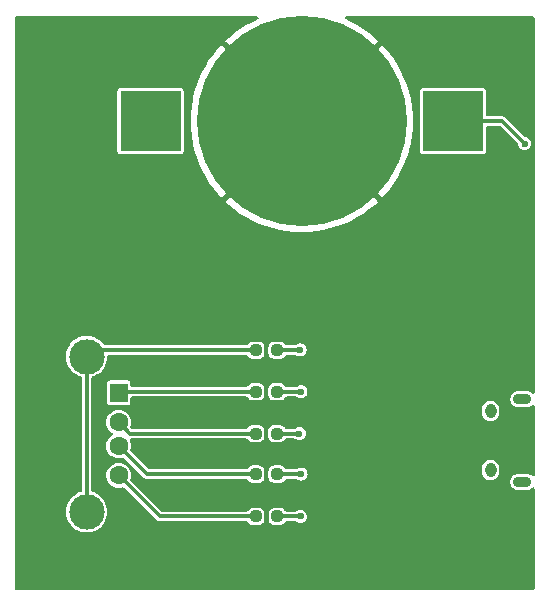
<source format=gbr>
%TF.GenerationSoftware,KiCad,Pcbnew,8.0.0*%
%TF.CreationDate,2024-02-28T17:19:02+01:00*%
%TF.ProjectId,carte-test-cable-usb,63617274-652d-4746-9573-742d6361626c,rev?*%
%TF.SameCoordinates,Original*%
%TF.FileFunction,Copper,L2,Bot*%
%TF.FilePolarity,Positive*%
%FSLAX46Y46*%
G04 Gerber Fmt 4.6, Leading zero omitted, Abs format (unit mm)*
G04 Created by KiCad (PCBNEW 8.0.0) date 2024-02-28 17:19:02*
%MOMM*%
%LPD*%
G01*
G04 APERTURE LIST*
G04 Aperture macros list*
%AMRoundRect*
0 Rectangle with rounded corners*
0 $1 Rounding radius*
0 $2 $3 $4 $5 $6 $7 $8 $9 X,Y pos of 4 corners*
0 Add a 4 corners polygon primitive as box body*
4,1,4,$2,$3,$4,$5,$6,$7,$8,$9,$2,$3,0*
0 Add four circle primitives for the rounded corners*
1,1,$1+$1,$2,$3*
1,1,$1+$1,$4,$5*
1,1,$1+$1,$6,$7*
1,1,$1+$1,$8,$9*
0 Add four rect primitives between the rounded corners*
20,1,$1+$1,$2,$3,$4,$5,0*
20,1,$1+$1,$4,$5,$6,$7,0*
20,1,$1+$1,$6,$7,$8,$9,0*
20,1,$1+$1,$8,$9,$2,$3,0*%
G04 Aperture macros list end*
%TA.AperFunction,SMDPad,CuDef*%
%ADD10RoundRect,0.237500X-0.250000X-0.237500X0.250000X-0.237500X0.250000X0.237500X-0.250000X0.237500X0*%
%TD*%
%TA.AperFunction,ComponentPad*%
%ADD11O,1.550000X0.890000*%
%TD*%
%TA.AperFunction,ComponentPad*%
%ADD12O,0.950000X1.250000*%
%TD*%
%TA.AperFunction,ComponentPad*%
%ADD13R,1.500000X1.600000*%
%TD*%
%TA.AperFunction,ComponentPad*%
%ADD14C,1.600000*%
%TD*%
%TA.AperFunction,ComponentPad*%
%ADD15C,3.000000*%
%TD*%
%TA.AperFunction,SMDPad,CuDef*%
%ADD16R,5.100000X5.100000*%
%TD*%
%TA.AperFunction,SMDPad,CuDef*%
%ADD17C,17.800000*%
%TD*%
%TA.AperFunction,ViaPad*%
%ADD18C,0.600000*%
%TD*%
%TA.AperFunction,Conductor*%
%ADD19C,0.300000*%
%TD*%
G04 APERTURE END LIST*
D10*
%TO.P,R6,2*%
%TO.N,Net-(D6-A)*%
X141420000Y-100910000D03*
%TO.P,R6,1*%
%TO.N,Net-(J1-VBUS)*%
X139595000Y-100910000D03*
%TD*%
%TO.P,R5,2*%
%TO.N,Net-(D5-A)*%
X141420000Y-107880000D03*
%TO.P,R5,1*%
%TO.N,Net-(J1-D+)*%
X139595000Y-107880000D03*
%TD*%
%TO.P,R4,2*%
%TO.N,Net-(D4-A)*%
X141410000Y-104450000D03*
%TO.P,R4,1*%
%TO.N,Net-(J1-D-)*%
X139585000Y-104450000D03*
%TD*%
%TO.P,R3,2*%
%TO.N,Net-(D3-A)*%
X141430000Y-111470000D03*
%TO.P,R3,1*%
%TO.N,Net-(J1-GND)*%
X139605000Y-111470000D03*
%TD*%
%TO.P,R2,2*%
%TO.N,Net-(D2-A)*%
X141420000Y-97390000D03*
%TO.P,R2,1*%
%TO.N,Net-(J1-Shield)*%
X139595000Y-97390000D03*
%TD*%
D11*
%TO.P,J2,6,Shield*%
%TO.N,/Vcc*%
X162183037Y-108536607D03*
D12*
X159483037Y-107536607D03*
X159483037Y-102536607D03*
D11*
X162183037Y-101536607D03*
%TD*%
D13*
%TO.P,J1,1,VBUS*%
%TO.N,Net-(J1-VBUS)*%
X128000000Y-101000000D03*
D14*
%TO.P,J1,2,D-*%
%TO.N,Net-(J1-D-)*%
X128000000Y-103500000D03*
%TO.P,J1,3,D+*%
%TO.N,Net-(J1-D+)*%
X128000000Y-105500000D03*
%TO.P,J1,4,GND*%
%TO.N,Net-(J1-GND)*%
X128000000Y-108000000D03*
D15*
%TO.P,J1,5,Shield*%
%TO.N,Net-(J1-Shield)*%
X125290000Y-97930000D03*
X125290000Y-111070000D03*
%TD*%
D16*
%TO.P,BT1,1,+*%
%TO.N,Net-(BT1-+)*%
X156300000Y-78000000D03*
X130700000Y-78000000D03*
D17*
%TO.P,BT1,2,-*%
%TO.N,/Gnd*%
X143500000Y-78000000D03*
%TD*%
D18*
%TO.N,/Gnd*%
X130680000Y-85060000D03*
%TO.N,Net-(BT1-+)*%
X162370000Y-79900000D03*
%TO.N,Net-(D3-A)*%
X143400000Y-111460000D03*
%TO.N,Net-(D5-A)*%
X143440000Y-107880000D03*
%TO.N,Net-(D4-A)*%
X143300000Y-104450000D03*
%TO.N,Net-(D6-A)*%
X143430000Y-100900000D03*
%TO.N,Net-(D2-A)*%
X143350000Y-97370000D03*
%TD*%
D19*
%TO.N,Net-(J1-GND)*%
X131470000Y-111470000D02*
X128000000Y-108000000D01*
X139605000Y-111470000D02*
X131470000Y-111470000D01*
%TO.N,Net-(J1-D+)*%
X130380000Y-107880000D02*
X128000000Y-105500000D01*
X139595000Y-107880000D02*
X130380000Y-107880000D01*
%TO.N,Net-(J1-D-)*%
X128950000Y-104450000D02*
X128000000Y-103500000D01*
X139585000Y-104450000D02*
X128950000Y-104450000D01*
%TO.N,Net-(J1-VBUS)*%
X128090000Y-100910000D02*
X128000000Y-101000000D01*
X139595000Y-100910000D02*
X128090000Y-100910000D01*
%TO.N,Net-(J1-Shield)*%
X125830000Y-97390000D02*
X125290000Y-97930000D01*
X139595000Y-97390000D02*
X125830000Y-97390000D01*
X125290000Y-97930000D02*
X125290000Y-111070000D01*
%TO.N,Net-(BT1-+)*%
X160470000Y-78000000D02*
X162370000Y-79900000D01*
X156300000Y-78000000D02*
X160470000Y-78000000D01*
%TO.N,Net-(D3-A)*%
X141440000Y-111460000D02*
X141430000Y-111470000D01*
X143400000Y-111460000D02*
X141440000Y-111460000D01*
%TO.N,Net-(D5-A)*%
X143440000Y-107880000D02*
X141420000Y-107880000D01*
%TO.N,Net-(D4-A)*%
X143300000Y-104450000D02*
X141410000Y-104450000D01*
%TO.N,Net-(D6-A)*%
X143430000Y-100900000D02*
X141430000Y-100900000D01*
X141430000Y-100900000D02*
X141420000Y-100910000D01*
%TO.N,Net-(D2-A)*%
X143350000Y-97370000D02*
X141440000Y-97370000D01*
X141440000Y-97370000D02*
X141420000Y-97390000D01*
%TD*%
%TA.AperFunction,Conductor*%
%TO.N,/Gnd*%
G36*
X139791865Y-69150185D02*
G01*
X139837620Y-69202989D01*
X139847564Y-69272147D01*
X139818539Y-69335703D01*
X139776002Y-69367447D01*
X139340267Y-69564876D01*
X139340240Y-69564889D01*
X138797495Y-69854991D01*
X138797473Y-69855004D01*
X138274854Y-70179989D01*
X138274844Y-70179995D01*
X137774577Y-70538482D01*
X137298838Y-70928912D01*
X137298835Y-70928914D01*
X137032198Y-71178645D01*
X143499999Y-77646446D01*
X149967801Y-71178645D01*
X149701181Y-70928929D01*
X149701161Y-70928912D01*
X149225422Y-70538482D01*
X149225423Y-70538482D01*
X148725155Y-70179995D01*
X148725145Y-70179989D01*
X148202526Y-69855004D01*
X148202504Y-69854991D01*
X147659759Y-69564889D01*
X147659732Y-69564876D01*
X147223998Y-69367447D01*
X147171058Y-69321849D01*
X147151175Y-69254869D01*
X147170660Y-69187771D01*
X147223327Y-69141859D01*
X147275174Y-69130500D01*
X163085500Y-69130500D01*
X163152539Y-69150185D01*
X163198294Y-69202989D01*
X163209500Y-69254500D01*
X163209500Y-100950122D01*
X163189815Y-101017161D01*
X163137011Y-101062916D01*
X163067853Y-101072860D01*
X163004297Y-101043835D01*
X162997819Y-101037803D01*
X162956395Y-100996379D01*
X162956391Y-100996376D01*
X162842486Y-100920266D01*
X162842473Y-100920259D01*
X162715911Y-100867836D01*
X162715901Y-100867833D01*
X162581540Y-100841107D01*
X162581538Y-100841107D01*
X161784536Y-100841107D01*
X161784534Y-100841107D01*
X161650172Y-100867833D01*
X161650162Y-100867836D01*
X161523600Y-100920259D01*
X161523587Y-100920266D01*
X161409682Y-100996376D01*
X161409678Y-100996379D01*
X161312809Y-101093248D01*
X161312806Y-101093252D01*
X161236696Y-101207157D01*
X161236689Y-101207170D01*
X161184266Y-101333732D01*
X161184263Y-101333742D01*
X161157537Y-101468103D01*
X161157537Y-101468106D01*
X161157537Y-101605108D01*
X161157537Y-101605110D01*
X161157536Y-101605110D01*
X161184263Y-101739471D01*
X161184266Y-101739481D01*
X161236689Y-101866043D01*
X161236696Y-101866056D01*
X161312806Y-101979961D01*
X161312809Y-101979965D01*
X161409678Y-102076834D01*
X161409682Y-102076837D01*
X161523587Y-102152947D01*
X161523600Y-102152954D01*
X161650162Y-102205377D01*
X161650167Y-102205379D01*
X161650171Y-102205379D01*
X161650172Y-102205380D01*
X161784533Y-102232107D01*
X161784536Y-102232107D01*
X162581540Y-102232107D01*
X162671935Y-102214125D01*
X162715907Y-102205379D01*
X162842480Y-102152951D01*
X162956392Y-102076837D01*
X162956395Y-102076834D01*
X162997819Y-102035411D01*
X163059142Y-102001926D01*
X163128834Y-102006910D01*
X163184767Y-102048782D01*
X163209184Y-102114246D01*
X163209500Y-102123092D01*
X163209500Y-107950122D01*
X163189815Y-108017161D01*
X163137011Y-108062916D01*
X163067853Y-108072860D01*
X163004297Y-108043835D01*
X162997819Y-108037803D01*
X162956395Y-107996379D01*
X162956391Y-107996376D01*
X162842486Y-107920266D01*
X162842473Y-107920259D01*
X162715911Y-107867836D01*
X162715901Y-107867833D01*
X162581540Y-107841107D01*
X162581538Y-107841107D01*
X161784536Y-107841107D01*
X161784534Y-107841107D01*
X161650172Y-107867833D01*
X161650162Y-107867836D01*
X161523600Y-107920259D01*
X161523587Y-107920266D01*
X161409682Y-107996376D01*
X161409678Y-107996379D01*
X161312809Y-108093248D01*
X161312806Y-108093252D01*
X161236696Y-108207157D01*
X161236689Y-108207170D01*
X161184266Y-108333732D01*
X161184263Y-108333742D01*
X161157537Y-108468103D01*
X161157537Y-108468106D01*
X161157537Y-108605108D01*
X161157537Y-108605110D01*
X161157536Y-108605110D01*
X161184263Y-108739471D01*
X161184266Y-108739481D01*
X161236689Y-108866043D01*
X161236696Y-108866056D01*
X161312806Y-108979961D01*
X161312809Y-108979965D01*
X161409678Y-109076834D01*
X161409682Y-109076837D01*
X161523587Y-109152947D01*
X161523600Y-109152954D01*
X161650162Y-109205377D01*
X161650167Y-109205379D01*
X161650171Y-109205379D01*
X161650172Y-109205380D01*
X161784533Y-109232107D01*
X161784536Y-109232107D01*
X162581540Y-109232107D01*
X162671935Y-109214125D01*
X162715907Y-109205379D01*
X162842480Y-109152951D01*
X162956392Y-109076837D01*
X162956395Y-109076834D01*
X162997819Y-109035411D01*
X163059142Y-109001926D01*
X163128834Y-109006910D01*
X163184767Y-109048782D01*
X163209184Y-109114246D01*
X163209500Y-109123092D01*
X163209500Y-117555500D01*
X163189815Y-117622539D01*
X163137011Y-117668294D01*
X163085500Y-117679500D01*
X119334500Y-117679500D01*
X119267461Y-117659815D01*
X119221706Y-117607011D01*
X119210500Y-117555500D01*
X119210500Y-111070004D01*
X123534592Y-111070004D01*
X123554196Y-111331620D01*
X123554197Y-111331625D01*
X123612576Y-111587402D01*
X123612578Y-111587411D01*
X123612580Y-111587416D01*
X123708432Y-111831643D01*
X123839614Y-112058857D01*
X123948583Y-112195500D01*
X124003198Y-112263985D01*
X124184753Y-112432441D01*
X124195521Y-112442433D01*
X124412296Y-112590228D01*
X124412301Y-112590230D01*
X124412302Y-112590231D01*
X124412303Y-112590232D01*
X124537843Y-112650688D01*
X124648673Y-112704061D01*
X124648674Y-112704061D01*
X124648677Y-112704063D01*
X124899385Y-112781396D01*
X125158818Y-112820500D01*
X125421182Y-112820500D01*
X125680615Y-112781396D01*
X125931323Y-112704063D01*
X126167704Y-112590228D01*
X126384479Y-112442433D01*
X126576805Y-112263981D01*
X126740386Y-112058857D01*
X126871568Y-111831643D01*
X126967420Y-111587416D01*
X127025802Y-111331630D01*
X127025803Y-111331620D01*
X127045408Y-111070004D01*
X127045408Y-111069995D01*
X127025803Y-110808379D01*
X127025802Y-110808374D01*
X127025802Y-110808370D01*
X126967420Y-110552584D01*
X126871568Y-110308357D01*
X126740386Y-110081143D01*
X126576805Y-109876019D01*
X126576804Y-109876018D01*
X126576801Y-109876014D01*
X126384479Y-109697567D01*
X126167704Y-109549772D01*
X126167700Y-109549770D01*
X126167697Y-109549768D01*
X126167696Y-109549767D01*
X125931328Y-109435939D01*
X125931325Y-109435938D01*
X125931323Y-109435937D01*
X125851633Y-109411356D01*
X125777949Y-109388627D01*
X125719691Y-109350056D01*
X125691533Y-109286111D01*
X125690500Y-109270136D01*
X125690500Y-108000000D01*
X126944417Y-108000000D01*
X126964699Y-108205932D01*
X126979040Y-108253207D01*
X127024768Y-108403954D01*
X127122315Y-108586450D01*
X127137627Y-108605108D01*
X127253589Y-108746410D01*
X127350209Y-108825702D01*
X127413550Y-108877685D01*
X127596046Y-108975232D01*
X127794066Y-109035300D01*
X127794065Y-109035300D01*
X127812529Y-109037118D01*
X128000000Y-109055583D01*
X128205934Y-109035300D01*
X128336581Y-108995668D01*
X128406447Y-108995046D01*
X128460256Y-109026649D01*
X131224087Y-111790480D01*
X131315412Y-111843207D01*
X131417273Y-111870500D01*
X138808861Y-111870500D01*
X138875900Y-111890185D01*
X138916377Y-111936898D01*
X138918037Y-111935993D01*
X138922287Y-111943777D01*
X138922288Y-111943778D01*
X139006384Y-112056116D01*
X139118722Y-112140212D01*
X139211094Y-112174665D01*
X139250200Y-112189251D01*
X139308309Y-112195499D01*
X139308326Y-112195500D01*
X139901674Y-112195500D01*
X139901690Y-112195499D01*
X139959799Y-112189251D01*
X140091278Y-112140212D01*
X140203616Y-112056116D01*
X140287712Y-111943778D01*
X140336751Y-111812299D01*
X140339097Y-111790477D01*
X140342999Y-111754190D01*
X140692000Y-111754190D01*
X140698248Y-111812299D01*
X140725784Y-111886124D01*
X140747288Y-111943778D01*
X140831384Y-112056116D01*
X140943722Y-112140212D01*
X141036094Y-112174665D01*
X141075200Y-112189251D01*
X141133309Y-112195499D01*
X141133326Y-112195500D01*
X141726674Y-112195500D01*
X141726690Y-112195499D01*
X141784799Y-112189251D01*
X141916278Y-112140212D01*
X142028616Y-112056116D01*
X142112712Y-111943778D01*
X142113686Y-111941166D01*
X142115356Y-111938934D01*
X142116960Y-111935998D01*
X142117382Y-111936228D01*
X142155554Y-111885235D01*
X142221018Y-111860816D01*
X142229867Y-111860500D01*
X142975554Y-111860500D01*
X143042593Y-111880185D01*
X143051040Y-111886124D01*
X143100582Y-111924139D01*
X143122375Y-111940861D01*
X143256291Y-111996330D01*
X143383280Y-112013048D01*
X143399999Y-112015250D01*
X143400000Y-112015250D01*
X143400001Y-112015250D01*
X143414977Y-112013278D01*
X143543709Y-111996330D01*
X143677625Y-111940861D01*
X143792621Y-111852621D01*
X143880861Y-111737625D01*
X143936330Y-111603709D01*
X143955250Y-111460000D01*
X143936330Y-111316291D01*
X143899350Y-111227013D01*
X143880862Y-111182377D01*
X143880861Y-111182376D01*
X143880861Y-111182375D01*
X143792621Y-111067379D01*
X143677625Y-110979139D01*
X143677624Y-110979138D01*
X143677622Y-110979137D01*
X143543712Y-110923671D01*
X143543710Y-110923670D01*
X143543709Y-110923670D01*
X143471854Y-110914210D01*
X143400001Y-110904750D01*
X143399999Y-110904750D01*
X143256291Y-110923670D01*
X143256287Y-110923671D01*
X143122376Y-110979138D01*
X143122374Y-110979139D01*
X143051040Y-111033876D01*
X142985871Y-111059070D01*
X142975554Y-111059500D01*
X142220837Y-111059500D01*
X142153798Y-111039815D01*
X142119085Y-111002529D01*
X142118027Y-111003322D01*
X142112710Y-110996219D01*
X142028616Y-110883884D01*
X141961112Y-110833351D01*
X141916280Y-110799789D01*
X141916278Y-110799788D01*
X141889644Y-110789854D01*
X141784799Y-110750748D01*
X141726690Y-110744500D01*
X141726674Y-110744500D01*
X141133326Y-110744500D01*
X141133309Y-110744500D01*
X141075200Y-110750748D01*
X140943719Y-110799789D01*
X140831384Y-110883884D01*
X140747289Y-110996219D01*
X140698248Y-111127700D01*
X140692000Y-111185809D01*
X140692000Y-111754190D01*
X140342999Y-111754190D01*
X140343000Y-111754173D01*
X140343000Y-111185826D01*
X140342999Y-111185809D01*
X140336751Y-111127700D01*
X140301756Y-111033876D01*
X140287712Y-110996222D01*
X140203616Y-110883884D01*
X140136112Y-110833351D01*
X140091280Y-110799789D01*
X140091278Y-110799788D01*
X140064644Y-110789854D01*
X139959799Y-110750748D01*
X139901690Y-110744500D01*
X139901674Y-110744500D01*
X139308326Y-110744500D01*
X139308309Y-110744500D01*
X139250200Y-110750748D01*
X139118719Y-110799789D01*
X139006384Y-110883884D01*
X138922287Y-110996222D01*
X138918037Y-111004007D01*
X138914954Y-111002323D01*
X138883126Y-111044801D01*
X138817650Y-111069188D01*
X138808861Y-111069500D01*
X131687255Y-111069500D01*
X131620216Y-111049815D01*
X131599574Y-111033181D01*
X129026649Y-108460256D01*
X128993164Y-108398933D01*
X128995669Y-108336580D01*
X128996530Y-108333742D01*
X129035300Y-108205934D01*
X129055583Y-108000000D01*
X129035300Y-107794066D01*
X128975232Y-107596046D01*
X128877685Y-107413550D01*
X128804809Y-107324750D01*
X128746410Y-107253589D01*
X128586452Y-107122317D01*
X128586453Y-107122317D01*
X128586450Y-107122315D01*
X128403954Y-107024768D01*
X128205934Y-106964700D01*
X128205932Y-106964699D01*
X128205934Y-106964699D01*
X128000000Y-106944417D01*
X127794067Y-106964699D01*
X127596043Y-107024769D01*
X127485898Y-107083643D01*
X127413550Y-107122315D01*
X127413548Y-107122316D01*
X127413547Y-107122317D01*
X127253589Y-107253589D01*
X127122317Y-107413547D01*
X127024769Y-107596043D01*
X126964699Y-107794067D01*
X126944417Y-108000000D01*
X125690500Y-108000000D01*
X125690500Y-105500000D01*
X126944417Y-105500000D01*
X126964699Y-105705932D01*
X126964700Y-105705934D01*
X127024768Y-105903954D01*
X127122315Y-106086450D01*
X127122317Y-106086452D01*
X127253589Y-106246410D01*
X127350209Y-106325702D01*
X127413550Y-106377685D01*
X127596046Y-106475232D01*
X127794066Y-106535300D01*
X127794065Y-106535300D01*
X127812529Y-106537118D01*
X128000000Y-106555583D01*
X128205934Y-106535300D01*
X128336581Y-106495668D01*
X128406447Y-106495046D01*
X128460256Y-106526649D01*
X130134087Y-108200480D01*
X130225412Y-108253207D01*
X130327273Y-108280500D01*
X138798861Y-108280500D01*
X138865900Y-108300185D01*
X138906377Y-108346898D01*
X138908037Y-108345993D01*
X138912287Y-108353777D01*
X138917590Y-108360861D01*
X138996384Y-108466116D01*
X139108722Y-108550212D01*
X139201094Y-108584665D01*
X139240200Y-108599251D01*
X139298309Y-108605499D01*
X139298326Y-108605500D01*
X139891674Y-108605500D01*
X139891690Y-108605499D01*
X139949799Y-108599251D01*
X140081278Y-108550212D01*
X140193616Y-108466116D01*
X140277712Y-108353778D01*
X140326751Y-108222299D01*
X140328379Y-108207157D01*
X140332999Y-108164190D01*
X140682000Y-108164190D01*
X140688248Y-108222299D01*
X140710073Y-108280812D01*
X140734384Y-108345993D01*
X140737289Y-108353780D01*
X140760081Y-108384226D01*
X140821384Y-108466116D01*
X140933722Y-108550212D01*
X141026094Y-108584665D01*
X141065200Y-108599251D01*
X141123309Y-108605499D01*
X141123326Y-108605500D01*
X141716674Y-108605500D01*
X141716690Y-108605499D01*
X141774799Y-108599251D01*
X141906278Y-108550212D01*
X142018616Y-108466116D01*
X142102712Y-108353778D01*
X142102713Y-108353774D01*
X142106963Y-108345993D01*
X142110045Y-108347676D01*
X142141874Y-108305199D01*
X142207350Y-108280812D01*
X142216139Y-108280500D01*
X143015554Y-108280500D01*
X143082593Y-108300185D01*
X143091040Y-108306124D01*
X143140582Y-108344139D01*
X143162375Y-108360861D01*
X143296291Y-108416330D01*
X143423280Y-108433048D01*
X143439999Y-108435250D01*
X143440000Y-108435250D01*
X143440001Y-108435250D01*
X143454977Y-108433278D01*
X143583709Y-108416330D01*
X143717625Y-108360861D01*
X143832621Y-108272621D01*
X143920861Y-108157625D01*
X143976330Y-108023709D01*
X143995250Y-107880000D01*
X143979197Y-107758064D01*
X158757536Y-107758064D01*
X158785416Y-107898221D01*
X158785418Y-107898227D01*
X158840106Y-108030257D01*
X158840111Y-108030266D01*
X158919504Y-108149085D01*
X158919507Y-108149089D01*
X159020554Y-108250136D01*
X159020558Y-108250139D01*
X159139377Y-108329532D01*
X159139386Y-108329537D01*
X159169295Y-108341925D01*
X159271417Y-108384226D01*
X159271421Y-108384226D01*
X159271422Y-108384227D01*
X159411579Y-108412107D01*
X159411582Y-108412107D01*
X159554494Y-108412107D01*
X159648788Y-108393349D01*
X159694657Y-108384226D01*
X159826690Y-108329536D01*
X159945516Y-108250139D01*
X160046569Y-108149086D01*
X160125966Y-108030260D01*
X160180656Y-107898227D01*
X160208537Y-107758062D01*
X160208537Y-107315152D01*
X160208537Y-107315149D01*
X160180657Y-107174992D01*
X160180656Y-107174991D01*
X160180656Y-107174987D01*
X160125966Y-107042954D01*
X160125965Y-107042953D01*
X160125962Y-107042947D01*
X160046569Y-106924128D01*
X160046566Y-106924124D01*
X159945519Y-106823077D01*
X159945515Y-106823074D01*
X159826696Y-106743681D01*
X159826687Y-106743676D01*
X159694657Y-106688988D01*
X159694651Y-106688986D01*
X159554494Y-106661107D01*
X159554492Y-106661107D01*
X159411582Y-106661107D01*
X159411580Y-106661107D01*
X159271422Y-106688986D01*
X159271416Y-106688988D01*
X159139386Y-106743676D01*
X159139377Y-106743681D01*
X159020558Y-106823074D01*
X159020554Y-106823077D01*
X158919507Y-106924124D01*
X158919504Y-106924128D01*
X158840111Y-107042947D01*
X158840106Y-107042956D01*
X158785418Y-107174986D01*
X158785416Y-107174992D01*
X158757537Y-107315149D01*
X158757537Y-107315152D01*
X158757537Y-107758062D01*
X158757537Y-107758064D01*
X158757536Y-107758064D01*
X143979197Y-107758064D01*
X143976330Y-107736291D01*
X143920861Y-107602375D01*
X143832621Y-107487379D01*
X143717625Y-107399139D01*
X143717624Y-107399138D01*
X143717622Y-107399137D01*
X143583712Y-107343671D01*
X143583710Y-107343670D01*
X143583709Y-107343670D01*
X143511854Y-107334210D01*
X143440001Y-107324750D01*
X143439999Y-107324750D01*
X143296291Y-107343670D01*
X143296287Y-107343671D01*
X143162376Y-107399138D01*
X143162374Y-107399139D01*
X143091040Y-107453876D01*
X143025871Y-107479070D01*
X143015554Y-107479500D01*
X142216139Y-107479500D01*
X142149100Y-107459815D01*
X142108622Y-107413101D01*
X142106963Y-107414007D01*
X142102712Y-107406222D01*
X142055886Y-107343671D01*
X142018616Y-107293884D01*
X141951112Y-107243351D01*
X141906280Y-107209789D01*
X141906278Y-107209788D01*
X141879644Y-107199854D01*
X141774799Y-107160748D01*
X141716690Y-107154500D01*
X141716674Y-107154500D01*
X141123326Y-107154500D01*
X141123309Y-107154500D01*
X141065200Y-107160748D01*
X140933719Y-107209789D01*
X140821384Y-107293884D01*
X140737289Y-107406219D01*
X140688248Y-107537700D01*
X140682000Y-107595809D01*
X140682000Y-108164190D01*
X140332999Y-108164190D01*
X140333000Y-108164173D01*
X140333000Y-107595826D01*
X140332999Y-107595809D01*
X140326751Y-107537700D01*
X140295486Y-107453876D01*
X140277712Y-107406222D01*
X140193616Y-107293884D01*
X140126112Y-107243351D01*
X140081280Y-107209789D01*
X140081278Y-107209788D01*
X140054644Y-107199854D01*
X139949799Y-107160748D01*
X139891690Y-107154500D01*
X139891674Y-107154500D01*
X139298326Y-107154500D01*
X139298309Y-107154500D01*
X139240200Y-107160748D01*
X139108719Y-107209789D01*
X138996384Y-107293884D01*
X138912287Y-107406222D01*
X138908037Y-107414007D01*
X138904954Y-107412323D01*
X138873126Y-107454801D01*
X138807650Y-107479188D01*
X138798861Y-107479500D01*
X130597255Y-107479500D01*
X130530216Y-107459815D01*
X130509574Y-107443181D01*
X129026649Y-105960256D01*
X128993164Y-105898933D01*
X128995669Y-105836580D01*
X129035300Y-105705934D01*
X129055583Y-105500000D01*
X129035300Y-105294066D01*
X128975232Y-105096046D01*
X128941507Y-105032952D01*
X128927266Y-104964551D01*
X128952265Y-104899307D01*
X129008570Y-104857936D01*
X129050866Y-104850500D01*
X138788861Y-104850500D01*
X138855900Y-104870185D01*
X138896377Y-104916898D01*
X138898037Y-104915993D01*
X138902287Y-104923777D01*
X138907590Y-104930861D01*
X138986384Y-105036116D01*
X139098722Y-105120212D01*
X139191094Y-105154665D01*
X139230200Y-105169251D01*
X139288309Y-105175499D01*
X139288326Y-105175500D01*
X139881674Y-105175500D01*
X139881690Y-105175499D01*
X139939799Y-105169251D01*
X140071278Y-105120212D01*
X140183616Y-105036116D01*
X140267712Y-104923778D01*
X140316751Y-104792299D01*
X140320913Y-104753589D01*
X140322999Y-104734190D01*
X140672000Y-104734190D01*
X140678248Y-104792299D01*
X140700073Y-104850812D01*
X140724384Y-104915993D01*
X140727289Y-104923780D01*
X140732590Y-104930861D01*
X140811384Y-105036116D01*
X140923722Y-105120212D01*
X141016094Y-105154665D01*
X141055200Y-105169251D01*
X141113309Y-105175499D01*
X141113326Y-105175500D01*
X141706674Y-105175500D01*
X141706690Y-105175499D01*
X141764799Y-105169251D01*
X141896278Y-105120212D01*
X142008616Y-105036116D01*
X142092712Y-104923778D01*
X142092713Y-104923774D01*
X142096963Y-104915993D01*
X142100045Y-104917676D01*
X142131874Y-104875199D01*
X142197350Y-104850812D01*
X142206139Y-104850500D01*
X142875554Y-104850500D01*
X142942593Y-104870185D01*
X142951040Y-104876124D01*
X142981253Y-104899307D01*
X143022375Y-104930861D01*
X143156291Y-104986330D01*
X143283280Y-105003048D01*
X143299999Y-105005250D01*
X143300000Y-105005250D01*
X143300001Y-105005250D01*
X143314977Y-105003278D01*
X143443709Y-104986330D01*
X143577625Y-104930861D01*
X143692621Y-104842621D01*
X143780861Y-104727625D01*
X143836330Y-104593709D01*
X143855250Y-104450000D01*
X143836330Y-104306291D01*
X143780861Y-104172375D01*
X143692621Y-104057379D01*
X143577625Y-103969139D01*
X143577624Y-103969138D01*
X143577622Y-103969137D01*
X143443712Y-103913671D01*
X143443710Y-103913670D01*
X143443709Y-103913670D01*
X143369910Y-103903954D01*
X143300001Y-103894750D01*
X143299999Y-103894750D01*
X143156291Y-103913670D01*
X143156287Y-103913671D01*
X143022376Y-103969138D01*
X143022374Y-103969139D01*
X142951040Y-104023876D01*
X142885871Y-104049070D01*
X142875554Y-104049500D01*
X142206139Y-104049500D01*
X142139100Y-104029815D01*
X142098622Y-103983101D01*
X142096963Y-103984007D01*
X142092712Y-103976222D01*
X142045886Y-103913671D01*
X142008616Y-103863884D01*
X141941112Y-103813351D01*
X141896280Y-103779789D01*
X141896278Y-103779788D01*
X141869644Y-103769854D01*
X141764799Y-103730748D01*
X141706690Y-103724500D01*
X141706674Y-103724500D01*
X141113326Y-103724500D01*
X141113309Y-103724500D01*
X141055200Y-103730748D01*
X140923719Y-103779789D01*
X140811384Y-103863884D01*
X140727289Y-103976219D01*
X140678248Y-104107700D01*
X140672000Y-104165809D01*
X140672000Y-104734190D01*
X140322999Y-104734190D01*
X140323000Y-104734173D01*
X140323000Y-104165826D01*
X140322999Y-104165809D01*
X140316751Y-104107700D01*
X140285486Y-104023876D01*
X140267712Y-103976222D01*
X140183616Y-103863884D01*
X140116112Y-103813351D01*
X140071280Y-103779789D01*
X140071278Y-103779788D01*
X140044644Y-103769854D01*
X139939799Y-103730748D01*
X139881690Y-103724500D01*
X139881674Y-103724500D01*
X139288326Y-103724500D01*
X139288309Y-103724500D01*
X139230200Y-103730748D01*
X139098719Y-103779789D01*
X138986384Y-103863884D01*
X138902287Y-103976222D01*
X138898037Y-103984007D01*
X138894954Y-103982323D01*
X138863126Y-104024801D01*
X138797650Y-104049188D01*
X138788861Y-104049500D01*
X129167255Y-104049500D01*
X129100216Y-104029815D01*
X129079574Y-104013181D01*
X129026649Y-103960256D01*
X128993164Y-103898933D01*
X128995669Y-103836580D01*
X129035300Y-103705934D01*
X129055583Y-103500000D01*
X129035300Y-103294066D01*
X128975232Y-103096046D01*
X128877685Y-102913550D01*
X128750082Y-102758064D01*
X158757536Y-102758064D01*
X158785416Y-102898221D01*
X158785418Y-102898227D01*
X158840106Y-103030257D01*
X158840111Y-103030266D01*
X158919504Y-103149085D01*
X158919507Y-103149089D01*
X159020554Y-103250136D01*
X159020558Y-103250139D01*
X159139377Y-103329532D01*
X159139383Y-103329535D01*
X159139384Y-103329536D01*
X159271417Y-103384226D01*
X159271421Y-103384226D01*
X159271422Y-103384227D01*
X159411579Y-103412107D01*
X159411582Y-103412107D01*
X159554494Y-103412107D01*
X159648788Y-103393349D01*
X159694657Y-103384226D01*
X159826690Y-103329536D01*
X159945516Y-103250139D01*
X160046569Y-103149086D01*
X160125966Y-103030260D01*
X160180656Y-102898227D01*
X160208537Y-102758062D01*
X160208537Y-102315152D01*
X160208537Y-102315149D01*
X160180657Y-102174992D01*
X160180656Y-102174991D01*
X160180656Y-102174987D01*
X160125966Y-102042954D01*
X160125965Y-102042953D01*
X160125962Y-102042947D01*
X160046569Y-101924128D01*
X160046566Y-101924124D01*
X159945519Y-101823077D01*
X159945515Y-101823074D01*
X159826696Y-101743681D01*
X159826687Y-101743676D01*
X159694657Y-101688988D01*
X159694651Y-101688986D01*
X159554494Y-101661107D01*
X159554492Y-101661107D01*
X159411582Y-101661107D01*
X159411580Y-101661107D01*
X159271422Y-101688986D01*
X159271416Y-101688988D01*
X159139386Y-101743676D01*
X159139377Y-101743681D01*
X159020558Y-101823074D01*
X159020554Y-101823077D01*
X158919507Y-101924124D01*
X158919504Y-101924128D01*
X158840111Y-102042947D01*
X158840106Y-102042956D01*
X158785418Y-102174986D01*
X158785416Y-102174992D01*
X158757537Y-102315149D01*
X158757537Y-102315152D01*
X158757537Y-102758062D01*
X158757537Y-102758064D01*
X158757536Y-102758064D01*
X128750082Y-102758064D01*
X128746410Y-102753589D01*
X128586452Y-102622317D01*
X128586453Y-102622317D01*
X128586450Y-102622315D01*
X128403954Y-102524768D01*
X128205934Y-102464700D01*
X128205932Y-102464699D01*
X128205934Y-102464699D01*
X128000000Y-102444417D01*
X127794067Y-102464699D01*
X127596043Y-102524769D01*
X127485898Y-102583643D01*
X127413550Y-102622315D01*
X127413548Y-102622316D01*
X127413547Y-102622317D01*
X127253589Y-102753589D01*
X127122317Y-102913547D01*
X127024769Y-103096043D01*
X126964699Y-103294067D01*
X126944417Y-103500000D01*
X126964699Y-103705932D01*
X126964700Y-103705934D01*
X127024768Y-103903954D01*
X127122315Y-104086450D01*
X127122317Y-104086452D01*
X127253589Y-104246410D01*
X127413548Y-104377684D01*
X127437792Y-104390643D01*
X127487635Y-104439606D01*
X127503095Y-104507744D01*
X127479262Y-104573423D01*
X127437792Y-104609357D01*
X127413548Y-104622315D01*
X127253589Y-104753589D01*
X127122317Y-104913547D01*
X127122315Y-104913550D01*
X127095054Y-104964551D01*
X127024769Y-105096043D01*
X126964699Y-105294067D01*
X126944417Y-105500000D01*
X125690500Y-105500000D01*
X125690500Y-101824678D01*
X126999500Y-101824678D01*
X127014032Y-101897735D01*
X127014033Y-101897739D01*
X127014034Y-101897740D01*
X127069399Y-101980601D01*
X127151429Y-102035411D01*
X127152260Y-102035966D01*
X127152264Y-102035967D01*
X127225321Y-102050499D01*
X127225324Y-102050500D01*
X127225326Y-102050500D01*
X128774676Y-102050500D01*
X128774677Y-102050499D01*
X128847740Y-102035966D01*
X128930601Y-101980601D01*
X128985966Y-101897740D01*
X129000500Y-101824674D01*
X129000500Y-101434500D01*
X129020185Y-101367461D01*
X129072989Y-101321706D01*
X129124500Y-101310500D01*
X138798861Y-101310500D01*
X138865900Y-101330185D01*
X138906377Y-101376898D01*
X138908037Y-101375993D01*
X138912287Y-101383777D01*
X138912288Y-101383778D01*
X138996384Y-101496116D01*
X139108722Y-101580212D01*
X139201094Y-101614665D01*
X139240200Y-101629251D01*
X139298309Y-101635499D01*
X139298326Y-101635500D01*
X139891674Y-101635500D01*
X139891690Y-101635499D01*
X139949799Y-101629251D01*
X140081278Y-101580212D01*
X140193616Y-101496116D01*
X140277712Y-101383778D01*
X140326751Y-101252299D01*
X140331603Y-101207170D01*
X140332999Y-101194190D01*
X140682000Y-101194190D01*
X140688248Y-101252299D01*
X140727354Y-101357144D01*
X140737288Y-101383778D01*
X140821384Y-101496116D01*
X140933722Y-101580212D01*
X141026094Y-101614665D01*
X141065200Y-101629251D01*
X141123309Y-101635499D01*
X141123326Y-101635500D01*
X141716674Y-101635500D01*
X141716690Y-101635499D01*
X141774799Y-101629251D01*
X141906278Y-101580212D01*
X142018616Y-101496116D01*
X142102712Y-101383778D01*
X142103686Y-101381166D01*
X142105356Y-101378934D01*
X142106960Y-101375998D01*
X142107382Y-101376228D01*
X142145554Y-101325235D01*
X142211018Y-101300816D01*
X142219867Y-101300500D01*
X143005554Y-101300500D01*
X143072593Y-101320185D01*
X143081040Y-101326124D01*
X143130582Y-101364139D01*
X143152375Y-101380861D01*
X143286291Y-101436330D01*
X143413280Y-101453048D01*
X143429999Y-101455250D01*
X143430000Y-101455250D01*
X143430001Y-101455250D01*
X143444977Y-101453278D01*
X143573709Y-101436330D01*
X143707625Y-101380861D01*
X143822621Y-101292621D01*
X143910861Y-101177625D01*
X143966330Y-101043709D01*
X143985250Y-100900000D01*
X143966330Y-100756291D01*
X143929350Y-100667013D01*
X143910862Y-100622377D01*
X143910861Y-100622376D01*
X143910861Y-100622375D01*
X143822621Y-100507379D01*
X143707625Y-100419139D01*
X143707624Y-100419138D01*
X143707622Y-100419137D01*
X143573712Y-100363671D01*
X143573710Y-100363670D01*
X143573709Y-100363670D01*
X143501854Y-100354210D01*
X143430001Y-100344750D01*
X143429999Y-100344750D01*
X143286291Y-100363670D01*
X143286287Y-100363671D01*
X143152376Y-100419138D01*
X143152374Y-100419139D01*
X143081040Y-100473876D01*
X143015871Y-100499070D01*
X143005554Y-100499500D01*
X142210837Y-100499500D01*
X142143798Y-100479815D01*
X142109085Y-100442529D01*
X142108027Y-100443322D01*
X142102710Y-100436219D01*
X142018616Y-100323884D01*
X141951112Y-100273351D01*
X141906280Y-100239789D01*
X141906278Y-100239788D01*
X141879644Y-100229854D01*
X141774799Y-100190748D01*
X141716690Y-100184500D01*
X141716674Y-100184500D01*
X141123326Y-100184500D01*
X141123309Y-100184500D01*
X141065200Y-100190748D01*
X140933719Y-100239789D01*
X140821384Y-100323884D01*
X140737289Y-100436219D01*
X140688248Y-100567700D01*
X140682000Y-100625809D01*
X140682000Y-101194190D01*
X140332999Y-101194190D01*
X140333000Y-101194173D01*
X140333000Y-100625826D01*
X140332999Y-100625809D01*
X140326751Y-100567700D01*
X140291756Y-100473876D01*
X140277712Y-100436222D01*
X140193616Y-100323884D01*
X140126112Y-100273351D01*
X140081280Y-100239789D01*
X140081278Y-100239788D01*
X140054644Y-100229854D01*
X139949799Y-100190748D01*
X139891690Y-100184500D01*
X139891674Y-100184500D01*
X139298326Y-100184500D01*
X139298309Y-100184500D01*
X139240200Y-100190748D01*
X139108719Y-100239789D01*
X138996384Y-100323884D01*
X138912287Y-100436222D01*
X138908037Y-100444007D01*
X138904954Y-100442323D01*
X138873126Y-100484801D01*
X138807650Y-100509188D01*
X138798861Y-100509500D01*
X129124500Y-100509500D01*
X129057461Y-100489815D01*
X129011706Y-100437011D01*
X129000500Y-100385500D01*
X129000500Y-100175323D01*
X129000499Y-100175321D01*
X128985967Y-100102264D01*
X128985966Y-100102260D01*
X128930601Y-100019399D01*
X128847740Y-99964034D01*
X128847739Y-99964033D01*
X128847735Y-99964032D01*
X128774677Y-99949500D01*
X128774674Y-99949500D01*
X127225326Y-99949500D01*
X127225323Y-99949500D01*
X127152264Y-99964032D01*
X127152260Y-99964033D01*
X127069399Y-100019399D01*
X127014033Y-100102260D01*
X127014032Y-100102264D01*
X126999500Y-100175321D01*
X126999500Y-101824678D01*
X125690500Y-101824678D01*
X125690500Y-99729862D01*
X125710185Y-99662823D01*
X125762989Y-99617068D01*
X125777952Y-99611371D01*
X125931306Y-99564069D01*
X125931313Y-99564065D01*
X125931323Y-99564063D01*
X126167704Y-99450228D01*
X126384479Y-99302433D01*
X126576805Y-99123981D01*
X126740386Y-98918857D01*
X126871568Y-98691643D01*
X126967420Y-98447416D01*
X127025802Y-98191630D01*
X127031507Y-98115499D01*
X127045408Y-97930004D01*
X127045408Y-97929998D01*
X127044941Y-97923768D01*
X127059560Y-97855445D01*
X127108796Y-97805871D01*
X127168594Y-97790500D01*
X138798861Y-97790500D01*
X138865900Y-97810185D01*
X138906377Y-97856898D01*
X138908037Y-97855993D01*
X138912287Y-97863777D01*
X138912289Y-97863780D01*
X138996384Y-97976116D01*
X139108722Y-98060212D01*
X139201094Y-98094665D01*
X139240200Y-98109251D01*
X139298309Y-98115499D01*
X139298326Y-98115500D01*
X139891674Y-98115500D01*
X139891690Y-98115499D01*
X139949799Y-98109251D01*
X140081278Y-98060212D01*
X140193616Y-97976116D01*
X140277712Y-97863778D01*
X140326751Y-97732299D01*
X140332999Y-97674190D01*
X140682000Y-97674190D01*
X140688248Y-97732299D01*
X140711722Y-97795233D01*
X140737288Y-97863778D01*
X140821384Y-97976116D01*
X140933722Y-98060212D01*
X141026094Y-98094665D01*
X141065200Y-98109251D01*
X141123309Y-98115499D01*
X141123326Y-98115500D01*
X141716674Y-98115500D01*
X141716690Y-98115499D01*
X141774799Y-98109251D01*
X141906278Y-98060212D01*
X142018616Y-97976116D01*
X142102712Y-97863778D01*
X142107416Y-97851165D01*
X142149286Y-97795233D01*
X142214750Y-97770816D01*
X142223597Y-97770500D01*
X142925554Y-97770500D01*
X142992593Y-97790185D01*
X143001040Y-97796124D01*
X143013743Y-97805871D01*
X143072375Y-97850861D01*
X143206291Y-97906330D01*
X143333280Y-97923048D01*
X143349999Y-97925250D01*
X143350000Y-97925250D01*
X143350001Y-97925250D01*
X143364977Y-97923278D01*
X143493709Y-97906330D01*
X143627625Y-97850861D01*
X143742621Y-97762621D01*
X143830861Y-97647625D01*
X143886330Y-97513709D01*
X143905250Y-97370000D01*
X143886330Y-97226291D01*
X143836433Y-97105826D01*
X143830862Y-97092377D01*
X143830861Y-97092376D01*
X143830861Y-97092375D01*
X143742621Y-96977379D01*
X143627625Y-96889139D01*
X143627624Y-96889138D01*
X143627622Y-96889137D01*
X143493712Y-96833671D01*
X143493710Y-96833670D01*
X143493709Y-96833670D01*
X143421854Y-96824210D01*
X143350001Y-96814750D01*
X143349999Y-96814750D01*
X143206291Y-96833670D01*
X143206287Y-96833671D01*
X143072376Y-96889138D01*
X143072374Y-96889139D01*
X143001040Y-96943876D01*
X142935871Y-96969070D01*
X142925554Y-96969500D01*
X142204666Y-96969500D01*
X142137627Y-96949815D01*
X142105400Y-96919811D01*
X142018617Y-96803886D01*
X142018618Y-96803886D01*
X142018616Y-96803884D01*
X141927953Y-96736014D01*
X141906280Y-96719789D01*
X141906278Y-96719788D01*
X141879644Y-96709854D01*
X141774799Y-96670748D01*
X141716690Y-96664500D01*
X141716674Y-96664500D01*
X141123326Y-96664500D01*
X141123309Y-96664500D01*
X141065200Y-96670748D01*
X140933719Y-96719789D01*
X140821384Y-96803884D01*
X140737289Y-96916219D01*
X140688248Y-97047700D01*
X140682000Y-97105809D01*
X140682000Y-97674190D01*
X140332999Y-97674190D01*
X140333000Y-97674173D01*
X140333000Y-97105826D01*
X140332999Y-97105809D01*
X140326751Y-97047700D01*
X140297701Y-96969815D01*
X140277712Y-96916222D01*
X140193616Y-96803884D01*
X140102960Y-96736019D01*
X140081280Y-96719789D01*
X140081278Y-96719788D01*
X140054644Y-96709854D01*
X139949799Y-96670748D01*
X139891690Y-96664500D01*
X139891674Y-96664500D01*
X139298326Y-96664500D01*
X139298309Y-96664500D01*
X139240200Y-96670748D01*
X139108719Y-96719789D01*
X138996384Y-96803884D01*
X138912287Y-96916222D01*
X138908037Y-96924007D01*
X138904954Y-96922323D01*
X138873126Y-96964801D01*
X138807650Y-96989188D01*
X138798861Y-96989500D01*
X126838665Y-96989500D01*
X126771626Y-96969815D01*
X126741718Y-96942813D01*
X126576801Y-96736014D01*
X126384479Y-96557567D01*
X126167704Y-96409772D01*
X126167700Y-96409770D01*
X126167697Y-96409768D01*
X126167696Y-96409767D01*
X125931325Y-96295938D01*
X125931327Y-96295938D01*
X125680623Y-96218606D01*
X125680619Y-96218605D01*
X125680615Y-96218604D01*
X125555823Y-96199794D01*
X125421187Y-96179500D01*
X125421182Y-96179500D01*
X125158818Y-96179500D01*
X125158812Y-96179500D01*
X124997247Y-96203853D01*
X124899385Y-96218604D01*
X124899382Y-96218605D01*
X124899376Y-96218606D01*
X124648673Y-96295938D01*
X124412303Y-96409767D01*
X124412302Y-96409768D01*
X124195520Y-96557567D01*
X124003198Y-96736014D01*
X123839614Y-96941143D01*
X123708432Y-97168356D01*
X123612582Y-97412578D01*
X123612576Y-97412597D01*
X123554197Y-97668374D01*
X123554196Y-97668379D01*
X123534592Y-97929995D01*
X123534592Y-97930004D01*
X123554196Y-98191620D01*
X123554197Y-98191625D01*
X123612576Y-98447402D01*
X123612578Y-98447411D01*
X123612580Y-98447416D01*
X123708432Y-98691643D01*
X123839614Y-98918857D01*
X123971736Y-99084533D01*
X124003198Y-99123985D01*
X124184753Y-99292441D01*
X124195521Y-99302433D01*
X124412296Y-99450228D01*
X124412301Y-99450230D01*
X124412302Y-99450231D01*
X124412303Y-99450232D01*
X124613335Y-99547043D01*
X124648677Y-99564063D01*
X124648682Y-99564064D01*
X124648693Y-99564069D01*
X124802048Y-99611371D01*
X124860308Y-99649940D01*
X124888466Y-99713885D01*
X124889500Y-99729862D01*
X124889500Y-109270136D01*
X124869815Y-109337175D01*
X124817011Y-109382930D01*
X124802051Y-109388627D01*
X124648671Y-109435939D01*
X124412303Y-109549767D01*
X124412302Y-109549768D01*
X124195520Y-109697567D01*
X124003198Y-109876014D01*
X123839614Y-110081143D01*
X123708432Y-110308356D01*
X123612582Y-110552578D01*
X123612576Y-110552597D01*
X123554197Y-110808374D01*
X123554196Y-110808379D01*
X123534592Y-111069995D01*
X123534592Y-111070004D01*
X119210500Y-111070004D01*
X119210500Y-84821354D01*
X137032198Y-84821354D01*
X137298818Y-85071070D01*
X137298838Y-85071087D01*
X137774577Y-85461517D01*
X137774576Y-85461517D01*
X138274844Y-85820004D01*
X138274854Y-85820010D01*
X138797473Y-86144995D01*
X138797495Y-86145008D01*
X139340240Y-86435110D01*
X139340267Y-86435123D01*
X139900844Y-86689118D01*
X139900867Y-86689127D01*
X140476840Y-86905908D01*
X140476855Y-86905913D01*
X141065790Y-87084564D01*
X141065798Y-87084567D01*
X141665171Y-87224321D01*
X142272401Y-87324575D01*
X142884869Y-87384898D01*
X143500000Y-87405035D01*
X144115130Y-87384898D01*
X144727598Y-87324575D01*
X145334828Y-87224321D01*
X145934201Y-87084567D01*
X145934209Y-87084564D01*
X146523144Y-86905913D01*
X146523159Y-86905908D01*
X147099132Y-86689127D01*
X147099155Y-86689118D01*
X147659732Y-86435123D01*
X147659759Y-86435110D01*
X148202504Y-86145008D01*
X148202526Y-86144995D01*
X148725145Y-85820010D01*
X148725155Y-85820004D01*
X149225422Y-85461517D01*
X149701161Y-85071087D01*
X149701181Y-85071070D01*
X149967800Y-84821354D01*
X149967801Y-84821354D01*
X143500000Y-78353553D01*
X137032198Y-84821354D01*
X119210500Y-84821354D01*
X119210500Y-80574678D01*
X127899500Y-80574678D01*
X127914032Y-80647735D01*
X127914033Y-80647739D01*
X127914034Y-80647740D01*
X127969399Y-80730601D01*
X128052260Y-80785966D01*
X128052264Y-80785967D01*
X128125321Y-80800499D01*
X128125324Y-80800500D01*
X128125326Y-80800500D01*
X133274676Y-80800500D01*
X133274677Y-80800499D01*
X133347740Y-80785966D01*
X133430601Y-80730601D01*
X133485966Y-80647740D01*
X133500500Y-80574674D01*
X133500500Y-78000000D01*
X134094964Y-78000000D01*
X134115101Y-78615130D01*
X134175424Y-79227598D01*
X134275678Y-79834828D01*
X134415432Y-80434201D01*
X134415435Y-80434209D01*
X134594086Y-81023144D01*
X134594091Y-81023159D01*
X134810872Y-81599132D01*
X134810881Y-81599155D01*
X135064876Y-82159732D01*
X135064889Y-82159759D01*
X135354991Y-82702504D01*
X135355004Y-82702526D01*
X135679989Y-83225145D01*
X135679995Y-83225155D01*
X136038482Y-83725422D01*
X136428912Y-84201161D01*
X136428929Y-84201181D01*
X136678645Y-84467801D01*
X143146447Y-78000000D01*
X143853553Y-78000000D01*
X150321353Y-84467801D01*
X150321354Y-84467800D01*
X150571070Y-84201181D01*
X150571087Y-84201161D01*
X150961517Y-83725422D01*
X151320004Y-83225155D01*
X151320010Y-83225145D01*
X151644995Y-82702526D01*
X151645008Y-82702504D01*
X151935110Y-82159759D01*
X151935123Y-82159732D01*
X152189118Y-81599155D01*
X152189127Y-81599132D01*
X152405908Y-81023159D01*
X152405913Y-81023144D01*
X152541953Y-80574678D01*
X153499500Y-80574678D01*
X153514032Y-80647735D01*
X153514033Y-80647739D01*
X153514034Y-80647740D01*
X153569399Y-80730601D01*
X153652260Y-80785966D01*
X153652264Y-80785967D01*
X153725321Y-80800499D01*
X153725324Y-80800500D01*
X153725326Y-80800500D01*
X158874676Y-80800500D01*
X158874677Y-80800499D01*
X158947740Y-80785966D01*
X159030601Y-80730601D01*
X159085966Y-80647740D01*
X159100500Y-80574674D01*
X159100500Y-78524500D01*
X159120185Y-78457461D01*
X159172989Y-78411706D01*
X159224500Y-78400500D01*
X160252745Y-78400500D01*
X160319784Y-78420185D01*
X160340426Y-78436819D01*
X161786675Y-79883067D01*
X161820160Y-79944390D01*
X161821933Y-79954562D01*
X161833670Y-80043707D01*
X161833671Y-80043712D01*
X161889137Y-80177622D01*
X161889138Y-80177624D01*
X161889139Y-80177625D01*
X161977379Y-80292621D01*
X162092375Y-80380861D01*
X162226291Y-80436330D01*
X162353280Y-80453048D01*
X162369999Y-80455250D01*
X162370000Y-80455250D01*
X162370001Y-80455250D01*
X162384977Y-80453278D01*
X162513709Y-80436330D01*
X162647625Y-80380861D01*
X162762621Y-80292621D01*
X162850861Y-80177625D01*
X162906330Y-80043709D01*
X162925250Y-79900000D01*
X162906330Y-79756291D01*
X162850861Y-79622375D01*
X162762621Y-79507379D01*
X162647625Y-79419139D01*
X162647624Y-79419138D01*
X162647622Y-79419137D01*
X162513712Y-79363671D01*
X162513710Y-79363670D01*
X162513709Y-79363670D01*
X162460363Y-79356646D01*
X162424562Y-79351933D01*
X162360665Y-79323666D01*
X162353067Y-79316675D01*
X160715915Y-77679522D01*
X160715914Y-77679521D01*
X160715913Y-77679520D01*
X160658628Y-77646446D01*
X160624589Y-77626793D01*
X160573657Y-77613146D01*
X160522727Y-77599500D01*
X160522726Y-77599500D01*
X159224500Y-77599500D01*
X159157461Y-77579815D01*
X159111706Y-77527011D01*
X159100500Y-77475500D01*
X159100500Y-75425323D01*
X159100499Y-75425321D01*
X159085967Y-75352264D01*
X159085966Y-75352260D01*
X159030601Y-75269399D01*
X158947740Y-75214034D01*
X158947739Y-75214033D01*
X158947735Y-75214032D01*
X158874677Y-75199500D01*
X158874674Y-75199500D01*
X153725326Y-75199500D01*
X153725323Y-75199500D01*
X153652264Y-75214032D01*
X153652260Y-75214033D01*
X153569399Y-75269399D01*
X153514033Y-75352260D01*
X153514032Y-75352264D01*
X153499500Y-75425321D01*
X153499500Y-80574678D01*
X152541953Y-80574678D01*
X152584564Y-80434209D01*
X152584567Y-80434201D01*
X152724321Y-79834828D01*
X152824575Y-79227598D01*
X152884898Y-78615130D01*
X152905035Y-78000000D01*
X152884898Y-77384869D01*
X152824575Y-76772401D01*
X152724321Y-76165171D01*
X152584567Y-75565798D01*
X152584564Y-75565790D01*
X152405913Y-74976855D01*
X152405908Y-74976840D01*
X152189127Y-74400867D01*
X152189118Y-74400844D01*
X151935123Y-73840267D01*
X151935110Y-73840240D01*
X151645008Y-73297495D01*
X151644995Y-73297473D01*
X151320010Y-72774854D01*
X151320004Y-72774844D01*
X150961517Y-72274577D01*
X150571087Y-71798838D01*
X150571070Y-71798818D01*
X150321354Y-71532198D01*
X143853553Y-77999999D01*
X143853553Y-78000000D01*
X143146447Y-78000000D01*
X143146447Y-77999999D01*
X136678645Y-71532198D01*
X136428914Y-71798835D01*
X136428912Y-71798838D01*
X136038482Y-72274577D01*
X135679995Y-72774844D01*
X135679989Y-72774854D01*
X135355004Y-73297473D01*
X135354991Y-73297495D01*
X135064889Y-73840240D01*
X135064876Y-73840267D01*
X134810881Y-74400844D01*
X134810872Y-74400867D01*
X134594091Y-74976840D01*
X134594086Y-74976855D01*
X134415435Y-75565790D01*
X134415432Y-75565798D01*
X134275678Y-76165171D01*
X134175424Y-76772401D01*
X134115101Y-77384869D01*
X134094964Y-78000000D01*
X133500500Y-78000000D01*
X133500500Y-75425326D01*
X133500500Y-75425323D01*
X133500499Y-75425321D01*
X133485967Y-75352264D01*
X133485966Y-75352260D01*
X133430601Y-75269399D01*
X133347740Y-75214034D01*
X133347739Y-75214033D01*
X133347735Y-75214032D01*
X133274677Y-75199500D01*
X133274674Y-75199500D01*
X128125326Y-75199500D01*
X128125323Y-75199500D01*
X128052264Y-75214032D01*
X128052260Y-75214033D01*
X127969399Y-75269399D01*
X127914033Y-75352260D01*
X127914032Y-75352264D01*
X127899500Y-75425321D01*
X127899500Y-80574678D01*
X119210500Y-80574678D01*
X119210500Y-69254500D01*
X119230185Y-69187461D01*
X119282989Y-69141706D01*
X119334500Y-69130500D01*
X139724826Y-69130500D01*
X139791865Y-69150185D01*
G37*
%TD.AperFunction*%
%TD*%
M02*

</source>
